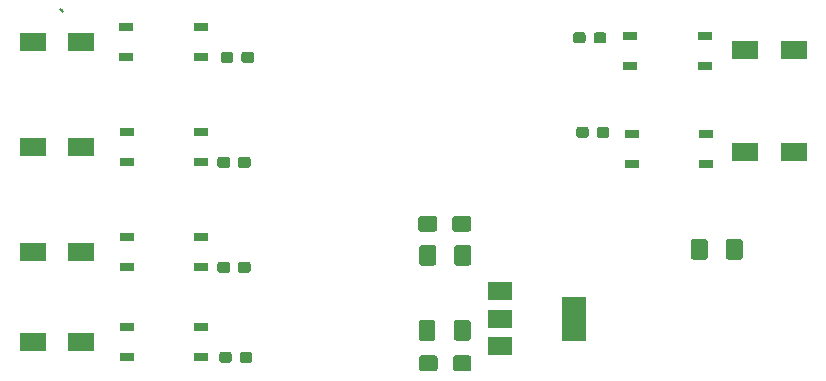
<source format=gbr>
G04 #@! TF.GenerationSoftware,KiCad,Pcbnew,(5.1.2)-2*
G04 #@! TF.CreationDate,2019-12-12T19:32:16+01:00*
G04 #@! TF.ProjectId,KernadouDomoPiloteDin,4b65726e-6164-46f7-9544-6f6d6f50696c,rev?*
G04 #@! TF.SameCoordinates,Original*
G04 #@! TF.FileFunction,Paste,Bot*
G04 #@! TF.FilePolarity,Positive*
%FSLAX46Y46*%
G04 Gerber Fmt 4.6, Leading zero omitted, Abs format (unit mm)*
G04 Created by KiCad (PCBNEW (5.1.2)-2) date 2019-12-12 19:32:16*
%MOMM*%
%LPD*%
G04 APERTURE LIST*
%ADD10C,0.150000*%
%ADD11R,2.210000X1.530000*%
%ADD12C,0.100000*%
%ADD13C,1.425000*%
%ADD14R,1.200000X0.800000*%
%ADD15R,2.000000X1.500000*%
%ADD16R,2.000000X3.800000*%
%ADD17C,0.950000*%
%ADD18C,1.350000*%
G04 APERTURE END LIST*
D10*
X133462000Y-87488000D02*
X133716000Y-87742000D01*
X133716000Y-87615000D02*
X133462000Y-87488000D01*
D11*
X191465000Y-99553000D03*
X195565000Y-99553000D03*
X191465000Y-90917000D03*
X195565000Y-90917000D03*
X135240000Y-115682000D03*
X131140000Y-115682000D03*
X135240000Y-108062000D03*
X131140000Y-108062000D03*
X135240000Y-99172000D03*
X131140000Y-99172000D03*
X135240000Y-90282000D03*
X131140000Y-90282000D03*
D12*
G36*
X188051004Y-106934204D02*
G01*
X188075273Y-106937804D01*
X188099071Y-106943765D01*
X188122171Y-106952030D01*
X188144349Y-106962520D01*
X188165393Y-106975133D01*
X188185098Y-106989747D01*
X188203277Y-107006223D01*
X188219753Y-107024402D01*
X188234367Y-107044107D01*
X188246980Y-107065151D01*
X188257470Y-107087329D01*
X188265735Y-107110429D01*
X188271696Y-107134227D01*
X188275296Y-107158496D01*
X188276500Y-107183000D01*
X188276500Y-108433000D01*
X188275296Y-108457504D01*
X188271696Y-108481773D01*
X188265735Y-108505571D01*
X188257470Y-108528671D01*
X188246980Y-108550849D01*
X188234367Y-108571893D01*
X188219753Y-108591598D01*
X188203277Y-108609777D01*
X188185098Y-108626253D01*
X188165393Y-108640867D01*
X188144349Y-108653480D01*
X188122171Y-108663970D01*
X188099071Y-108672235D01*
X188075273Y-108678196D01*
X188051004Y-108681796D01*
X188026500Y-108683000D01*
X187101500Y-108683000D01*
X187076996Y-108681796D01*
X187052727Y-108678196D01*
X187028929Y-108672235D01*
X187005829Y-108663970D01*
X186983651Y-108653480D01*
X186962607Y-108640867D01*
X186942902Y-108626253D01*
X186924723Y-108609777D01*
X186908247Y-108591598D01*
X186893633Y-108571893D01*
X186881020Y-108550849D01*
X186870530Y-108528671D01*
X186862265Y-108505571D01*
X186856304Y-108481773D01*
X186852704Y-108457504D01*
X186851500Y-108433000D01*
X186851500Y-107183000D01*
X186852704Y-107158496D01*
X186856304Y-107134227D01*
X186862265Y-107110429D01*
X186870530Y-107087329D01*
X186881020Y-107065151D01*
X186893633Y-107044107D01*
X186908247Y-107024402D01*
X186924723Y-107006223D01*
X186942902Y-106989747D01*
X186962607Y-106975133D01*
X186983651Y-106962520D01*
X187005829Y-106952030D01*
X187028929Y-106943765D01*
X187052727Y-106937804D01*
X187076996Y-106934204D01*
X187101500Y-106933000D01*
X188026500Y-106933000D01*
X188051004Y-106934204D01*
X188051004Y-106934204D01*
G37*
D13*
X187564000Y-107808000D03*
D12*
G36*
X191026004Y-106934204D02*
G01*
X191050273Y-106937804D01*
X191074071Y-106943765D01*
X191097171Y-106952030D01*
X191119349Y-106962520D01*
X191140393Y-106975133D01*
X191160098Y-106989747D01*
X191178277Y-107006223D01*
X191194753Y-107024402D01*
X191209367Y-107044107D01*
X191221980Y-107065151D01*
X191232470Y-107087329D01*
X191240735Y-107110429D01*
X191246696Y-107134227D01*
X191250296Y-107158496D01*
X191251500Y-107183000D01*
X191251500Y-108433000D01*
X191250296Y-108457504D01*
X191246696Y-108481773D01*
X191240735Y-108505571D01*
X191232470Y-108528671D01*
X191221980Y-108550849D01*
X191209367Y-108571893D01*
X191194753Y-108591598D01*
X191178277Y-108609777D01*
X191160098Y-108626253D01*
X191140393Y-108640867D01*
X191119349Y-108653480D01*
X191097171Y-108663970D01*
X191074071Y-108672235D01*
X191050273Y-108678196D01*
X191026004Y-108681796D01*
X191001500Y-108683000D01*
X190076500Y-108683000D01*
X190051996Y-108681796D01*
X190027727Y-108678196D01*
X190003929Y-108672235D01*
X189980829Y-108663970D01*
X189958651Y-108653480D01*
X189937607Y-108640867D01*
X189917902Y-108626253D01*
X189899723Y-108609777D01*
X189883247Y-108591598D01*
X189868633Y-108571893D01*
X189856020Y-108550849D01*
X189845530Y-108528671D01*
X189837265Y-108505571D01*
X189831304Y-108481773D01*
X189827704Y-108457504D01*
X189826500Y-108433000D01*
X189826500Y-107183000D01*
X189827704Y-107158496D01*
X189831304Y-107134227D01*
X189837265Y-107110429D01*
X189845530Y-107087329D01*
X189856020Y-107065151D01*
X189868633Y-107044107D01*
X189883247Y-107024402D01*
X189899723Y-107006223D01*
X189917902Y-106989747D01*
X189937607Y-106975133D01*
X189958651Y-106962520D01*
X189980829Y-106952030D01*
X190003929Y-106943765D01*
X190027727Y-106937804D01*
X190051996Y-106934204D01*
X190076500Y-106933000D01*
X191001500Y-106933000D01*
X191026004Y-106934204D01*
X191026004Y-106934204D01*
G37*
D13*
X190539000Y-107808000D03*
D14*
X145400000Y-97902000D03*
X139100000Y-100442000D03*
X145400000Y-100442000D03*
X139100000Y-97902000D03*
X181874000Y-100569000D03*
X188174000Y-98029000D03*
X181874000Y-98029000D03*
X188174000Y-100569000D03*
X145375000Y-89012000D03*
X139075000Y-91552000D03*
X145375000Y-91552000D03*
X139075000Y-89012000D03*
D15*
X170673000Y-115964000D03*
X170673000Y-111364000D03*
X170673000Y-113664000D03*
D16*
X176973000Y-113664000D03*
D12*
G36*
X177996779Y-97428144D02*
G01*
X178019834Y-97431563D01*
X178042443Y-97437227D01*
X178064387Y-97445079D01*
X178085457Y-97455044D01*
X178105448Y-97467026D01*
X178124168Y-97480910D01*
X178141438Y-97496562D01*
X178157090Y-97513832D01*
X178170974Y-97532552D01*
X178182956Y-97552543D01*
X178192921Y-97573613D01*
X178200773Y-97595557D01*
X178206437Y-97618166D01*
X178209856Y-97641221D01*
X178211000Y-97664500D01*
X178211000Y-98139500D01*
X178209856Y-98162779D01*
X178206437Y-98185834D01*
X178200773Y-98208443D01*
X178192921Y-98230387D01*
X178182956Y-98251457D01*
X178170974Y-98271448D01*
X178157090Y-98290168D01*
X178141438Y-98307438D01*
X178124168Y-98323090D01*
X178105448Y-98336974D01*
X178085457Y-98348956D01*
X178064387Y-98358921D01*
X178042443Y-98366773D01*
X178019834Y-98372437D01*
X177996779Y-98375856D01*
X177973500Y-98377000D01*
X177398500Y-98377000D01*
X177375221Y-98375856D01*
X177352166Y-98372437D01*
X177329557Y-98366773D01*
X177307613Y-98358921D01*
X177286543Y-98348956D01*
X177266552Y-98336974D01*
X177247832Y-98323090D01*
X177230562Y-98307438D01*
X177214910Y-98290168D01*
X177201026Y-98271448D01*
X177189044Y-98251457D01*
X177179079Y-98230387D01*
X177171227Y-98208443D01*
X177165563Y-98185834D01*
X177162144Y-98162779D01*
X177161000Y-98139500D01*
X177161000Y-97664500D01*
X177162144Y-97641221D01*
X177165563Y-97618166D01*
X177171227Y-97595557D01*
X177179079Y-97573613D01*
X177189044Y-97552543D01*
X177201026Y-97532552D01*
X177214910Y-97513832D01*
X177230562Y-97496562D01*
X177247832Y-97480910D01*
X177266552Y-97467026D01*
X177286543Y-97455044D01*
X177307613Y-97445079D01*
X177329557Y-97437227D01*
X177352166Y-97431563D01*
X177375221Y-97428144D01*
X177398500Y-97427000D01*
X177973500Y-97427000D01*
X177996779Y-97428144D01*
X177996779Y-97428144D01*
G37*
D17*
X177686000Y-97902000D03*
D12*
G36*
X179746779Y-97428144D02*
G01*
X179769834Y-97431563D01*
X179792443Y-97437227D01*
X179814387Y-97445079D01*
X179835457Y-97455044D01*
X179855448Y-97467026D01*
X179874168Y-97480910D01*
X179891438Y-97496562D01*
X179907090Y-97513832D01*
X179920974Y-97532552D01*
X179932956Y-97552543D01*
X179942921Y-97573613D01*
X179950773Y-97595557D01*
X179956437Y-97618166D01*
X179959856Y-97641221D01*
X179961000Y-97664500D01*
X179961000Y-98139500D01*
X179959856Y-98162779D01*
X179956437Y-98185834D01*
X179950773Y-98208443D01*
X179942921Y-98230387D01*
X179932956Y-98251457D01*
X179920974Y-98271448D01*
X179907090Y-98290168D01*
X179891438Y-98307438D01*
X179874168Y-98323090D01*
X179855448Y-98336974D01*
X179835457Y-98348956D01*
X179814387Y-98358921D01*
X179792443Y-98366773D01*
X179769834Y-98372437D01*
X179746779Y-98375856D01*
X179723500Y-98377000D01*
X179148500Y-98377000D01*
X179125221Y-98375856D01*
X179102166Y-98372437D01*
X179079557Y-98366773D01*
X179057613Y-98358921D01*
X179036543Y-98348956D01*
X179016552Y-98336974D01*
X178997832Y-98323090D01*
X178980562Y-98307438D01*
X178964910Y-98290168D01*
X178951026Y-98271448D01*
X178939044Y-98251457D01*
X178929079Y-98230387D01*
X178921227Y-98208443D01*
X178915563Y-98185834D01*
X178912144Y-98162779D01*
X178911000Y-98139500D01*
X178911000Y-97664500D01*
X178912144Y-97641221D01*
X178915563Y-97618166D01*
X178921227Y-97595557D01*
X178929079Y-97573613D01*
X178939044Y-97552543D01*
X178951026Y-97532552D01*
X178964910Y-97513832D01*
X178980562Y-97496562D01*
X178997832Y-97480910D01*
X179016552Y-97467026D01*
X179036543Y-97455044D01*
X179057613Y-97445079D01*
X179079557Y-97437227D01*
X179102166Y-97431563D01*
X179125221Y-97428144D01*
X179148500Y-97427000D01*
X179723500Y-97427000D01*
X179746779Y-97428144D01*
X179746779Y-97428144D01*
G37*
D17*
X179436000Y-97902000D03*
D12*
G36*
X168060005Y-116786204D02*
G01*
X168084273Y-116789804D01*
X168108072Y-116795765D01*
X168131171Y-116804030D01*
X168153350Y-116814520D01*
X168174393Y-116827132D01*
X168194099Y-116841747D01*
X168212277Y-116858223D01*
X168228753Y-116876401D01*
X168243368Y-116896107D01*
X168255980Y-116917150D01*
X168266470Y-116939329D01*
X168274735Y-116962428D01*
X168280696Y-116986227D01*
X168284296Y-117010495D01*
X168285500Y-117034999D01*
X168285500Y-117885001D01*
X168284296Y-117909505D01*
X168280696Y-117933773D01*
X168274735Y-117957572D01*
X168266470Y-117980671D01*
X168255980Y-118002850D01*
X168243368Y-118023893D01*
X168228753Y-118043599D01*
X168212277Y-118061777D01*
X168194099Y-118078253D01*
X168174393Y-118092868D01*
X168153350Y-118105480D01*
X168131171Y-118115970D01*
X168108072Y-118124235D01*
X168084273Y-118130196D01*
X168060005Y-118133796D01*
X168035501Y-118135000D01*
X166960499Y-118135000D01*
X166935995Y-118133796D01*
X166911727Y-118130196D01*
X166887928Y-118124235D01*
X166864829Y-118115970D01*
X166842650Y-118105480D01*
X166821607Y-118092868D01*
X166801901Y-118078253D01*
X166783723Y-118061777D01*
X166767247Y-118043599D01*
X166752632Y-118023893D01*
X166740020Y-118002850D01*
X166729530Y-117980671D01*
X166721265Y-117957572D01*
X166715304Y-117933773D01*
X166711704Y-117909505D01*
X166710500Y-117885001D01*
X166710500Y-117034999D01*
X166711704Y-117010495D01*
X166715304Y-116986227D01*
X166721265Y-116962428D01*
X166729530Y-116939329D01*
X166740020Y-116917150D01*
X166752632Y-116896107D01*
X166767247Y-116876401D01*
X166783723Y-116858223D01*
X166801901Y-116841747D01*
X166821607Y-116827132D01*
X166842650Y-116814520D01*
X166864829Y-116804030D01*
X166887928Y-116795765D01*
X166911727Y-116789804D01*
X166935995Y-116786204D01*
X166960499Y-116785000D01*
X168035501Y-116785000D01*
X168060005Y-116786204D01*
X168060005Y-116786204D01*
G37*
D18*
X167498000Y-117460000D03*
D12*
G36*
X165185005Y-116786204D02*
G01*
X165209273Y-116789804D01*
X165233072Y-116795765D01*
X165256171Y-116804030D01*
X165278350Y-116814520D01*
X165299393Y-116827132D01*
X165319099Y-116841747D01*
X165337277Y-116858223D01*
X165353753Y-116876401D01*
X165368368Y-116896107D01*
X165380980Y-116917150D01*
X165391470Y-116939329D01*
X165399735Y-116962428D01*
X165405696Y-116986227D01*
X165409296Y-117010495D01*
X165410500Y-117034999D01*
X165410500Y-117885001D01*
X165409296Y-117909505D01*
X165405696Y-117933773D01*
X165399735Y-117957572D01*
X165391470Y-117980671D01*
X165380980Y-118002850D01*
X165368368Y-118023893D01*
X165353753Y-118043599D01*
X165337277Y-118061777D01*
X165319099Y-118078253D01*
X165299393Y-118092868D01*
X165278350Y-118105480D01*
X165256171Y-118115970D01*
X165233072Y-118124235D01*
X165209273Y-118130196D01*
X165185005Y-118133796D01*
X165160501Y-118135000D01*
X164085499Y-118135000D01*
X164060995Y-118133796D01*
X164036727Y-118130196D01*
X164012928Y-118124235D01*
X163989829Y-118115970D01*
X163967650Y-118105480D01*
X163946607Y-118092868D01*
X163926901Y-118078253D01*
X163908723Y-118061777D01*
X163892247Y-118043599D01*
X163877632Y-118023893D01*
X163865020Y-118002850D01*
X163854530Y-117980671D01*
X163846265Y-117957572D01*
X163840304Y-117933773D01*
X163836704Y-117909505D01*
X163835500Y-117885001D01*
X163835500Y-117034999D01*
X163836704Y-117010495D01*
X163840304Y-116986227D01*
X163846265Y-116962428D01*
X163854530Y-116939329D01*
X163865020Y-116917150D01*
X163877632Y-116896107D01*
X163892247Y-116876401D01*
X163908723Y-116858223D01*
X163926901Y-116841747D01*
X163946607Y-116827132D01*
X163967650Y-116814520D01*
X163989829Y-116804030D01*
X164012928Y-116795765D01*
X164036727Y-116789804D01*
X164060995Y-116786204D01*
X164085499Y-116785000D01*
X165160501Y-116785000D01*
X165185005Y-116786204D01*
X165185005Y-116786204D01*
G37*
D18*
X164623000Y-117460000D03*
D12*
G36*
X167985004Y-113792204D02*
G01*
X168009273Y-113795804D01*
X168033071Y-113801765D01*
X168056171Y-113810030D01*
X168078349Y-113820520D01*
X168099393Y-113833133D01*
X168119098Y-113847747D01*
X168137277Y-113864223D01*
X168153753Y-113882402D01*
X168168367Y-113902107D01*
X168180980Y-113923151D01*
X168191470Y-113945329D01*
X168199735Y-113968429D01*
X168205696Y-113992227D01*
X168209296Y-114016496D01*
X168210500Y-114041000D01*
X168210500Y-115291000D01*
X168209296Y-115315504D01*
X168205696Y-115339773D01*
X168199735Y-115363571D01*
X168191470Y-115386671D01*
X168180980Y-115408849D01*
X168168367Y-115429893D01*
X168153753Y-115449598D01*
X168137277Y-115467777D01*
X168119098Y-115484253D01*
X168099393Y-115498867D01*
X168078349Y-115511480D01*
X168056171Y-115521970D01*
X168033071Y-115530235D01*
X168009273Y-115536196D01*
X167985004Y-115539796D01*
X167960500Y-115541000D01*
X167035500Y-115541000D01*
X167010996Y-115539796D01*
X166986727Y-115536196D01*
X166962929Y-115530235D01*
X166939829Y-115521970D01*
X166917651Y-115511480D01*
X166896607Y-115498867D01*
X166876902Y-115484253D01*
X166858723Y-115467777D01*
X166842247Y-115449598D01*
X166827633Y-115429893D01*
X166815020Y-115408849D01*
X166804530Y-115386671D01*
X166796265Y-115363571D01*
X166790304Y-115339773D01*
X166786704Y-115315504D01*
X166785500Y-115291000D01*
X166785500Y-114041000D01*
X166786704Y-114016496D01*
X166790304Y-113992227D01*
X166796265Y-113968429D01*
X166804530Y-113945329D01*
X166815020Y-113923151D01*
X166827633Y-113902107D01*
X166842247Y-113882402D01*
X166858723Y-113864223D01*
X166876902Y-113847747D01*
X166896607Y-113833133D01*
X166917651Y-113820520D01*
X166939829Y-113810030D01*
X166962929Y-113801765D01*
X166986727Y-113795804D01*
X167010996Y-113792204D01*
X167035500Y-113791000D01*
X167960500Y-113791000D01*
X167985004Y-113792204D01*
X167985004Y-113792204D01*
G37*
D13*
X167498000Y-114666000D03*
D12*
G36*
X165010004Y-113792204D02*
G01*
X165034273Y-113795804D01*
X165058071Y-113801765D01*
X165081171Y-113810030D01*
X165103349Y-113820520D01*
X165124393Y-113833133D01*
X165144098Y-113847747D01*
X165162277Y-113864223D01*
X165178753Y-113882402D01*
X165193367Y-113902107D01*
X165205980Y-113923151D01*
X165216470Y-113945329D01*
X165224735Y-113968429D01*
X165230696Y-113992227D01*
X165234296Y-114016496D01*
X165235500Y-114041000D01*
X165235500Y-115291000D01*
X165234296Y-115315504D01*
X165230696Y-115339773D01*
X165224735Y-115363571D01*
X165216470Y-115386671D01*
X165205980Y-115408849D01*
X165193367Y-115429893D01*
X165178753Y-115449598D01*
X165162277Y-115467777D01*
X165144098Y-115484253D01*
X165124393Y-115498867D01*
X165103349Y-115511480D01*
X165081171Y-115521970D01*
X165058071Y-115530235D01*
X165034273Y-115536196D01*
X165010004Y-115539796D01*
X164985500Y-115541000D01*
X164060500Y-115541000D01*
X164035996Y-115539796D01*
X164011727Y-115536196D01*
X163987929Y-115530235D01*
X163964829Y-115521970D01*
X163942651Y-115511480D01*
X163921607Y-115498867D01*
X163901902Y-115484253D01*
X163883723Y-115467777D01*
X163867247Y-115449598D01*
X163852633Y-115429893D01*
X163840020Y-115408849D01*
X163829530Y-115386671D01*
X163821265Y-115363571D01*
X163815304Y-115339773D01*
X163811704Y-115315504D01*
X163810500Y-115291000D01*
X163810500Y-114041000D01*
X163811704Y-114016496D01*
X163815304Y-113992227D01*
X163821265Y-113968429D01*
X163829530Y-113945329D01*
X163840020Y-113923151D01*
X163852633Y-113902107D01*
X163867247Y-113882402D01*
X163883723Y-113864223D01*
X163901902Y-113847747D01*
X163921607Y-113833133D01*
X163942651Y-113820520D01*
X163964829Y-113810030D01*
X163987929Y-113801765D01*
X164011727Y-113795804D01*
X164035996Y-113792204D01*
X164060500Y-113791000D01*
X164985500Y-113791000D01*
X165010004Y-113792204D01*
X165010004Y-113792204D01*
G37*
D13*
X164523000Y-114666000D03*
D12*
G36*
X165064004Y-107442204D02*
G01*
X165088273Y-107445804D01*
X165112071Y-107451765D01*
X165135171Y-107460030D01*
X165157349Y-107470520D01*
X165178393Y-107483133D01*
X165198098Y-107497747D01*
X165216277Y-107514223D01*
X165232753Y-107532402D01*
X165247367Y-107552107D01*
X165259980Y-107573151D01*
X165270470Y-107595329D01*
X165278735Y-107618429D01*
X165284696Y-107642227D01*
X165288296Y-107666496D01*
X165289500Y-107691000D01*
X165289500Y-108941000D01*
X165288296Y-108965504D01*
X165284696Y-108989773D01*
X165278735Y-109013571D01*
X165270470Y-109036671D01*
X165259980Y-109058849D01*
X165247367Y-109079893D01*
X165232753Y-109099598D01*
X165216277Y-109117777D01*
X165198098Y-109134253D01*
X165178393Y-109148867D01*
X165157349Y-109161480D01*
X165135171Y-109171970D01*
X165112071Y-109180235D01*
X165088273Y-109186196D01*
X165064004Y-109189796D01*
X165039500Y-109191000D01*
X164114500Y-109191000D01*
X164089996Y-109189796D01*
X164065727Y-109186196D01*
X164041929Y-109180235D01*
X164018829Y-109171970D01*
X163996651Y-109161480D01*
X163975607Y-109148867D01*
X163955902Y-109134253D01*
X163937723Y-109117777D01*
X163921247Y-109099598D01*
X163906633Y-109079893D01*
X163894020Y-109058849D01*
X163883530Y-109036671D01*
X163875265Y-109013571D01*
X163869304Y-108989773D01*
X163865704Y-108965504D01*
X163864500Y-108941000D01*
X163864500Y-107691000D01*
X163865704Y-107666496D01*
X163869304Y-107642227D01*
X163875265Y-107618429D01*
X163883530Y-107595329D01*
X163894020Y-107573151D01*
X163906633Y-107552107D01*
X163921247Y-107532402D01*
X163937723Y-107514223D01*
X163955902Y-107497747D01*
X163975607Y-107483133D01*
X163996651Y-107470520D01*
X164018829Y-107460030D01*
X164041929Y-107451765D01*
X164065727Y-107445804D01*
X164089996Y-107442204D01*
X164114500Y-107441000D01*
X165039500Y-107441000D01*
X165064004Y-107442204D01*
X165064004Y-107442204D01*
G37*
D13*
X164577000Y-108316000D03*
D12*
G36*
X168039004Y-107442204D02*
G01*
X168063273Y-107445804D01*
X168087071Y-107451765D01*
X168110171Y-107460030D01*
X168132349Y-107470520D01*
X168153393Y-107483133D01*
X168173098Y-107497747D01*
X168191277Y-107514223D01*
X168207753Y-107532402D01*
X168222367Y-107552107D01*
X168234980Y-107573151D01*
X168245470Y-107595329D01*
X168253735Y-107618429D01*
X168259696Y-107642227D01*
X168263296Y-107666496D01*
X168264500Y-107691000D01*
X168264500Y-108941000D01*
X168263296Y-108965504D01*
X168259696Y-108989773D01*
X168253735Y-109013571D01*
X168245470Y-109036671D01*
X168234980Y-109058849D01*
X168222367Y-109079893D01*
X168207753Y-109099598D01*
X168191277Y-109117777D01*
X168173098Y-109134253D01*
X168153393Y-109148867D01*
X168132349Y-109161480D01*
X168110171Y-109171970D01*
X168087071Y-109180235D01*
X168063273Y-109186196D01*
X168039004Y-109189796D01*
X168014500Y-109191000D01*
X167089500Y-109191000D01*
X167064996Y-109189796D01*
X167040727Y-109186196D01*
X167016929Y-109180235D01*
X166993829Y-109171970D01*
X166971651Y-109161480D01*
X166950607Y-109148867D01*
X166930902Y-109134253D01*
X166912723Y-109117777D01*
X166896247Y-109099598D01*
X166881633Y-109079893D01*
X166869020Y-109058849D01*
X166858530Y-109036671D01*
X166850265Y-109013571D01*
X166844304Y-108989773D01*
X166840704Y-108965504D01*
X166839500Y-108941000D01*
X166839500Y-107691000D01*
X166840704Y-107666496D01*
X166844304Y-107642227D01*
X166850265Y-107618429D01*
X166858530Y-107595329D01*
X166869020Y-107573151D01*
X166881633Y-107552107D01*
X166896247Y-107532402D01*
X166912723Y-107514223D01*
X166930902Y-107497747D01*
X166950607Y-107483133D01*
X166971651Y-107470520D01*
X166993829Y-107460030D01*
X167016929Y-107451765D01*
X167040727Y-107445804D01*
X167064996Y-107442204D01*
X167089500Y-107441000D01*
X168014500Y-107441000D01*
X168039004Y-107442204D01*
X168039004Y-107442204D01*
G37*
D13*
X167552000Y-108316000D03*
D12*
G36*
X165139005Y-104975204D02*
G01*
X165163273Y-104978804D01*
X165187072Y-104984765D01*
X165210171Y-104993030D01*
X165232350Y-105003520D01*
X165253393Y-105016132D01*
X165273099Y-105030747D01*
X165291277Y-105047223D01*
X165307753Y-105065401D01*
X165322368Y-105085107D01*
X165334980Y-105106150D01*
X165345470Y-105128329D01*
X165353735Y-105151428D01*
X165359696Y-105175227D01*
X165363296Y-105199495D01*
X165364500Y-105223999D01*
X165364500Y-106074001D01*
X165363296Y-106098505D01*
X165359696Y-106122773D01*
X165353735Y-106146572D01*
X165345470Y-106169671D01*
X165334980Y-106191850D01*
X165322368Y-106212893D01*
X165307753Y-106232599D01*
X165291277Y-106250777D01*
X165273099Y-106267253D01*
X165253393Y-106281868D01*
X165232350Y-106294480D01*
X165210171Y-106304970D01*
X165187072Y-106313235D01*
X165163273Y-106319196D01*
X165139005Y-106322796D01*
X165114501Y-106324000D01*
X164039499Y-106324000D01*
X164014995Y-106322796D01*
X163990727Y-106319196D01*
X163966928Y-106313235D01*
X163943829Y-106304970D01*
X163921650Y-106294480D01*
X163900607Y-106281868D01*
X163880901Y-106267253D01*
X163862723Y-106250777D01*
X163846247Y-106232599D01*
X163831632Y-106212893D01*
X163819020Y-106191850D01*
X163808530Y-106169671D01*
X163800265Y-106146572D01*
X163794304Y-106122773D01*
X163790704Y-106098505D01*
X163789500Y-106074001D01*
X163789500Y-105223999D01*
X163790704Y-105199495D01*
X163794304Y-105175227D01*
X163800265Y-105151428D01*
X163808530Y-105128329D01*
X163819020Y-105106150D01*
X163831632Y-105085107D01*
X163846247Y-105065401D01*
X163862723Y-105047223D01*
X163880901Y-105030747D01*
X163900607Y-105016132D01*
X163921650Y-105003520D01*
X163943829Y-104993030D01*
X163966928Y-104984765D01*
X163990727Y-104978804D01*
X164014995Y-104975204D01*
X164039499Y-104974000D01*
X165114501Y-104974000D01*
X165139005Y-104975204D01*
X165139005Y-104975204D01*
G37*
D18*
X164577000Y-105649000D03*
D12*
G36*
X168014005Y-104975204D02*
G01*
X168038273Y-104978804D01*
X168062072Y-104984765D01*
X168085171Y-104993030D01*
X168107350Y-105003520D01*
X168128393Y-105016132D01*
X168148099Y-105030747D01*
X168166277Y-105047223D01*
X168182753Y-105065401D01*
X168197368Y-105085107D01*
X168209980Y-105106150D01*
X168220470Y-105128329D01*
X168228735Y-105151428D01*
X168234696Y-105175227D01*
X168238296Y-105199495D01*
X168239500Y-105223999D01*
X168239500Y-106074001D01*
X168238296Y-106098505D01*
X168234696Y-106122773D01*
X168228735Y-106146572D01*
X168220470Y-106169671D01*
X168209980Y-106191850D01*
X168197368Y-106212893D01*
X168182753Y-106232599D01*
X168166277Y-106250777D01*
X168148099Y-106267253D01*
X168128393Y-106281868D01*
X168107350Y-106294480D01*
X168085171Y-106304970D01*
X168062072Y-106313235D01*
X168038273Y-106319196D01*
X168014005Y-106322796D01*
X167989501Y-106324000D01*
X166914499Y-106324000D01*
X166889995Y-106322796D01*
X166865727Y-106319196D01*
X166841928Y-106313235D01*
X166818829Y-106304970D01*
X166796650Y-106294480D01*
X166775607Y-106281868D01*
X166755901Y-106267253D01*
X166737723Y-106250777D01*
X166721247Y-106232599D01*
X166706632Y-106212893D01*
X166694020Y-106191850D01*
X166683530Y-106169671D01*
X166675265Y-106146572D01*
X166669304Y-106122773D01*
X166665704Y-106098505D01*
X166664500Y-106074001D01*
X166664500Y-105223999D01*
X166665704Y-105199495D01*
X166669304Y-105175227D01*
X166675265Y-105151428D01*
X166683530Y-105128329D01*
X166694020Y-105106150D01*
X166706632Y-105085107D01*
X166721247Y-105065401D01*
X166737723Y-105047223D01*
X166755901Y-105030747D01*
X166775607Y-105016132D01*
X166796650Y-105003520D01*
X166818829Y-104993030D01*
X166841928Y-104984765D01*
X166865727Y-104978804D01*
X166889995Y-104975204D01*
X166914499Y-104974000D01*
X167989501Y-104974000D01*
X168014005Y-104975204D01*
X168014005Y-104975204D01*
G37*
D18*
X167452000Y-105649000D03*
D14*
X181722000Y-92314000D03*
X188022000Y-89774000D03*
X181722000Y-89774000D03*
X188022000Y-92314000D03*
D12*
G36*
X177728779Y-89427144D02*
G01*
X177751834Y-89430563D01*
X177774443Y-89436227D01*
X177796387Y-89444079D01*
X177817457Y-89454044D01*
X177837448Y-89466026D01*
X177856168Y-89479910D01*
X177873438Y-89495562D01*
X177889090Y-89512832D01*
X177902974Y-89531552D01*
X177914956Y-89551543D01*
X177924921Y-89572613D01*
X177932773Y-89594557D01*
X177938437Y-89617166D01*
X177941856Y-89640221D01*
X177943000Y-89663500D01*
X177943000Y-90138500D01*
X177941856Y-90161779D01*
X177938437Y-90184834D01*
X177932773Y-90207443D01*
X177924921Y-90229387D01*
X177914956Y-90250457D01*
X177902974Y-90270448D01*
X177889090Y-90289168D01*
X177873438Y-90306438D01*
X177856168Y-90322090D01*
X177837448Y-90335974D01*
X177817457Y-90347956D01*
X177796387Y-90357921D01*
X177774443Y-90365773D01*
X177751834Y-90371437D01*
X177728779Y-90374856D01*
X177705500Y-90376000D01*
X177130500Y-90376000D01*
X177107221Y-90374856D01*
X177084166Y-90371437D01*
X177061557Y-90365773D01*
X177039613Y-90357921D01*
X177018543Y-90347956D01*
X176998552Y-90335974D01*
X176979832Y-90322090D01*
X176962562Y-90306438D01*
X176946910Y-90289168D01*
X176933026Y-90270448D01*
X176921044Y-90250457D01*
X176911079Y-90229387D01*
X176903227Y-90207443D01*
X176897563Y-90184834D01*
X176894144Y-90161779D01*
X176893000Y-90138500D01*
X176893000Y-89663500D01*
X176894144Y-89640221D01*
X176897563Y-89617166D01*
X176903227Y-89594557D01*
X176911079Y-89572613D01*
X176921044Y-89551543D01*
X176933026Y-89531552D01*
X176946910Y-89512832D01*
X176962562Y-89495562D01*
X176979832Y-89479910D01*
X176998552Y-89466026D01*
X177018543Y-89454044D01*
X177039613Y-89444079D01*
X177061557Y-89436227D01*
X177084166Y-89430563D01*
X177107221Y-89427144D01*
X177130500Y-89426000D01*
X177705500Y-89426000D01*
X177728779Y-89427144D01*
X177728779Y-89427144D01*
G37*
D17*
X177418000Y-89901000D03*
D12*
G36*
X179478779Y-89427144D02*
G01*
X179501834Y-89430563D01*
X179524443Y-89436227D01*
X179546387Y-89444079D01*
X179567457Y-89454044D01*
X179587448Y-89466026D01*
X179606168Y-89479910D01*
X179623438Y-89495562D01*
X179639090Y-89512832D01*
X179652974Y-89531552D01*
X179664956Y-89551543D01*
X179674921Y-89572613D01*
X179682773Y-89594557D01*
X179688437Y-89617166D01*
X179691856Y-89640221D01*
X179693000Y-89663500D01*
X179693000Y-90138500D01*
X179691856Y-90161779D01*
X179688437Y-90184834D01*
X179682773Y-90207443D01*
X179674921Y-90229387D01*
X179664956Y-90250457D01*
X179652974Y-90270448D01*
X179639090Y-90289168D01*
X179623438Y-90306438D01*
X179606168Y-90322090D01*
X179587448Y-90335974D01*
X179567457Y-90347956D01*
X179546387Y-90357921D01*
X179524443Y-90365773D01*
X179501834Y-90371437D01*
X179478779Y-90374856D01*
X179455500Y-90376000D01*
X178880500Y-90376000D01*
X178857221Y-90374856D01*
X178834166Y-90371437D01*
X178811557Y-90365773D01*
X178789613Y-90357921D01*
X178768543Y-90347956D01*
X178748552Y-90335974D01*
X178729832Y-90322090D01*
X178712562Y-90306438D01*
X178696910Y-90289168D01*
X178683026Y-90270448D01*
X178671044Y-90250457D01*
X178661079Y-90229387D01*
X178653227Y-90207443D01*
X178647563Y-90184834D01*
X178644144Y-90161779D01*
X178643000Y-90138500D01*
X178643000Y-89663500D01*
X178644144Y-89640221D01*
X178647563Y-89617166D01*
X178653227Y-89594557D01*
X178661079Y-89572613D01*
X178671044Y-89551543D01*
X178683026Y-89531552D01*
X178696910Y-89512832D01*
X178712562Y-89495562D01*
X178729832Y-89479910D01*
X178748552Y-89466026D01*
X178768543Y-89454044D01*
X178789613Y-89444079D01*
X178811557Y-89436227D01*
X178834166Y-89430563D01*
X178857221Y-89427144D01*
X178880500Y-89426000D01*
X179455500Y-89426000D01*
X179478779Y-89427144D01*
X179478779Y-89427144D01*
G37*
D17*
X179168000Y-89901000D03*
D14*
X145400000Y-114412000D03*
X139100000Y-116952000D03*
X145400000Y-116952000D03*
X139100000Y-114412000D03*
X145400000Y-106792000D03*
X139100000Y-109332000D03*
X145400000Y-109332000D03*
X139100000Y-106792000D03*
D12*
G36*
X149520779Y-116478144D02*
G01*
X149543834Y-116481563D01*
X149566443Y-116487227D01*
X149588387Y-116495079D01*
X149609457Y-116505044D01*
X149629448Y-116517026D01*
X149648168Y-116530910D01*
X149665438Y-116546562D01*
X149681090Y-116563832D01*
X149694974Y-116582552D01*
X149706956Y-116602543D01*
X149716921Y-116623613D01*
X149724773Y-116645557D01*
X149730437Y-116668166D01*
X149733856Y-116691221D01*
X149735000Y-116714500D01*
X149735000Y-117189500D01*
X149733856Y-117212779D01*
X149730437Y-117235834D01*
X149724773Y-117258443D01*
X149716921Y-117280387D01*
X149706956Y-117301457D01*
X149694974Y-117321448D01*
X149681090Y-117340168D01*
X149665438Y-117357438D01*
X149648168Y-117373090D01*
X149629448Y-117386974D01*
X149609457Y-117398956D01*
X149588387Y-117408921D01*
X149566443Y-117416773D01*
X149543834Y-117422437D01*
X149520779Y-117425856D01*
X149497500Y-117427000D01*
X148922500Y-117427000D01*
X148899221Y-117425856D01*
X148876166Y-117422437D01*
X148853557Y-117416773D01*
X148831613Y-117408921D01*
X148810543Y-117398956D01*
X148790552Y-117386974D01*
X148771832Y-117373090D01*
X148754562Y-117357438D01*
X148738910Y-117340168D01*
X148725026Y-117321448D01*
X148713044Y-117301457D01*
X148703079Y-117280387D01*
X148695227Y-117258443D01*
X148689563Y-117235834D01*
X148686144Y-117212779D01*
X148685000Y-117189500D01*
X148685000Y-116714500D01*
X148686144Y-116691221D01*
X148689563Y-116668166D01*
X148695227Y-116645557D01*
X148703079Y-116623613D01*
X148713044Y-116602543D01*
X148725026Y-116582552D01*
X148738910Y-116563832D01*
X148754562Y-116546562D01*
X148771832Y-116530910D01*
X148790552Y-116517026D01*
X148810543Y-116505044D01*
X148831613Y-116495079D01*
X148853557Y-116487227D01*
X148876166Y-116481563D01*
X148899221Y-116478144D01*
X148922500Y-116477000D01*
X149497500Y-116477000D01*
X149520779Y-116478144D01*
X149520779Y-116478144D01*
G37*
D17*
X149210000Y-116952000D03*
D12*
G36*
X147770779Y-116478144D02*
G01*
X147793834Y-116481563D01*
X147816443Y-116487227D01*
X147838387Y-116495079D01*
X147859457Y-116505044D01*
X147879448Y-116517026D01*
X147898168Y-116530910D01*
X147915438Y-116546562D01*
X147931090Y-116563832D01*
X147944974Y-116582552D01*
X147956956Y-116602543D01*
X147966921Y-116623613D01*
X147974773Y-116645557D01*
X147980437Y-116668166D01*
X147983856Y-116691221D01*
X147985000Y-116714500D01*
X147985000Y-117189500D01*
X147983856Y-117212779D01*
X147980437Y-117235834D01*
X147974773Y-117258443D01*
X147966921Y-117280387D01*
X147956956Y-117301457D01*
X147944974Y-117321448D01*
X147931090Y-117340168D01*
X147915438Y-117357438D01*
X147898168Y-117373090D01*
X147879448Y-117386974D01*
X147859457Y-117398956D01*
X147838387Y-117408921D01*
X147816443Y-117416773D01*
X147793834Y-117422437D01*
X147770779Y-117425856D01*
X147747500Y-117427000D01*
X147172500Y-117427000D01*
X147149221Y-117425856D01*
X147126166Y-117422437D01*
X147103557Y-117416773D01*
X147081613Y-117408921D01*
X147060543Y-117398956D01*
X147040552Y-117386974D01*
X147021832Y-117373090D01*
X147004562Y-117357438D01*
X146988910Y-117340168D01*
X146975026Y-117321448D01*
X146963044Y-117301457D01*
X146953079Y-117280387D01*
X146945227Y-117258443D01*
X146939563Y-117235834D01*
X146936144Y-117212779D01*
X146935000Y-117189500D01*
X146935000Y-116714500D01*
X146936144Y-116691221D01*
X146939563Y-116668166D01*
X146945227Y-116645557D01*
X146953079Y-116623613D01*
X146963044Y-116602543D01*
X146975026Y-116582552D01*
X146988910Y-116563832D01*
X147004562Y-116546562D01*
X147021832Y-116530910D01*
X147040552Y-116517026D01*
X147060543Y-116505044D01*
X147081613Y-116495079D01*
X147103557Y-116487227D01*
X147126166Y-116481563D01*
X147149221Y-116478144D01*
X147172500Y-116477000D01*
X147747500Y-116477000D01*
X147770779Y-116478144D01*
X147770779Y-116478144D01*
G37*
D17*
X147460000Y-116952000D03*
D12*
G36*
X149365779Y-108858144D02*
G01*
X149388834Y-108861563D01*
X149411443Y-108867227D01*
X149433387Y-108875079D01*
X149454457Y-108885044D01*
X149474448Y-108897026D01*
X149493168Y-108910910D01*
X149510438Y-108926562D01*
X149526090Y-108943832D01*
X149539974Y-108962552D01*
X149551956Y-108982543D01*
X149561921Y-109003613D01*
X149569773Y-109025557D01*
X149575437Y-109048166D01*
X149578856Y-109071221D01*
X149580000Y-109094500D01*
X149580000Y-109569500D01*
X149578856Y-109592779D01*
X149575437Y-109615834D01*
X149569773Y-109638443D01*
X149561921Y-109660387D01*
X149551956Y-109681457D01*
X149539974Y-109701448D01*
X149526090Y-109720168D01*
X149510438Y-109737438D01*
X149493168Y-109753090D01*
X149474448Y-109766974D01*
X149454457Y-109778956D01*
X149433387Y-109788921D01*
X149411443Y-109796773D01*
X149388834Y-109802437D01*
X149365779Y-109805856D01*
X149342500Y-109807000D01*
X148767500Y-109807000D01*
X148744221Y-109805856D01*
X148721166Y-109802437D01*
X148698557Y-109796773D01*
X148676613Y-109788921D01*
X148655543Y-109778956D01*
X148635552Y-109766974D01*
X148616832Y-109753090D01*
X148599562Y-109737438D01*
X148583910Y-109720168D01*
X148570026Y-109701448D01*
X148558044Y-109681457D01*
X148548079Y-109660387D01*
X148540227Y-109638443D01*
X148534563Y-109615834D01*
X148531144Y-109592779D01*
X148530000Y-109569500D01*
X148530000Y-109094500D01*
X148531144Y-109071221D01*
X148534563Y-109048166D01*
X148540227Y-109025557D01*
X148548079Y-109003613D01*
X148558044Y-108982543D01*
X148570026Y-108962552D01*
X148583910Y-108943832D01*
X148599562Y-108926562D01*
X148616832Y-108910910D01*
X148635552Y-108897026D01*
X148655543Y-108885044D01*
X148676613Y-108875079D01*
X148698557Y-108867227D01*
X148721166Y-108861563D01*
X148744221Y-108858144D01*
X148767500Y-108857000D01*
X149342500Y-108857000D01*
X149365779Y-108858144D01*
X149365779Y-108858144D01*
G37*
D17*
X149055000Y-109332000D03*
D12*
G36*
X147615779Y-108858144D02*
G01*
X147638834Y-108861563D01*
X147661443Y-108867227D01*
X147683387Y-108875079D01*
X147704457Y-108885044D01*
X147724448Y-108897026D01*
X147743168Y-108910910D01*
X147760438Y-108926562D01*
X147776090Y-108943832D01*
X147789974Y-108962552D01*
X147801956Y-108982543D01*
X147811921Y-109003613D01*
X147819773Y-109025557D01*
X147825437Y-109048166D01*
X147828856Y-109071221D01*
X147830000Y-109094500D01*
X147830000Y-109569500D01*
X147828856Y-109592779D01*
X147825437Y-109615834D01*
X147819773Y-109638443D01*
X147811921Y-109660387D01*
X147801956Y-109681457D01*
X147789974Y-109701448D01*
X147776090Y-109720168D01*
X147760438Y-109737438D01*
X147743168Y-109753090D01*
X147724448Y-109766974D01*
X147704457Y-109778956D01*
X147683387Y-109788921D01*
X147661443Y-109796773D01*
X147638834Y-109802437D01*
X147615779Y-109805856D01*
X147592500Y-109807000D01*
X147017500Y-109807000D01*
X146994221Y-109805856D01*
X146971166Y-109802437D01*
X146948557Y-109796773D01*
X146926613Y-109788921D01*
X146905543Y-109778956D01*
X146885552Y-109766974D01*
X146866832Y-109753090D01*
X146849562Y-109737438D01*
X146833910Y-109720168D01*
X146820026Y-109701448D01*
X146808044Y-109681457D01*
X146798079Y-109660387D01*
X146790227Y-109638443D01*
X146784563Y-109615834D01*
X146781144Y-109592779D01*
X146780000Y-109569500D01*
X146780000Y-109094500D01*
X146781144Y-109071221D01*
X146784563Y-109048166D01*
X146790227Y-109025557D01*
X146798079Y-109003613D01*
X146808044Y-108982543D01*
X146820026Y-108962552D01*
X146833910Y-108943832D01*
X146849562Y-108926562D01*
X146866832Y-108910910D01*
X146885552Y-108897026D01*
X146905543Y-108885044D01*
X146926613Y-108875079D01*
X146948557Y-108867227D01*
X146971166Y-108861563D01*
X146994221Y-108858144D01*
X147017500Y-108857000D01*
X147592500Y-108857000D01*
X147615779Y-108858144D01*
X147615779Y-108858144D01*
G37*
D17*
X147305000Y-109332000D03*
D12*
G36*
X149365779Y-99968144D02*
G01*
X149388834Y-99971563D01*
X149411443Y-99977227D01*
X149433387Y-99985079D01*
X149454457Y-99995044D01*
X149474448Y-100007026D01*
X149493168Y-100020910D01*
X149510438Y-100036562D01*
X149526090Y-100053832D01*
X149539974Y-100072552D01*
X149551956Y-100092543D01*
X149561921Y-100113613D01*
X149569773Y-100135557D01*
X149575437Y-100158166D01*
X149578856Y-100181221D01*
X149580000Y-100204500D01*
X149580000Y-100679500D01*
X149578856Y-100702779D01*
X149575437Y-100725834D01*
X149569773Y-100748443D01*
X149561921Y-100770387D01*
X149551956Y-100791457D01*
X149539974Y-100811448D01*
X149526090Y-100830168D01*
X149510438Y-100847438D01*
X149493168Y-100863090D01*
X149474448Y-100876974D01*
X149454457Y-100888956D01*
X149433387Y-100898921D01*
X149411443Y-100906773D01*
X149388834Y-100912437D01*
X149365779Y-100915856D01*
X149342500Y-100917000D01*
X148767500Y-100917000D01*
X148744221Y-100915856D01*
X148721166Y-100912437D01*
X148698557Y-100906773D01*
X148676613Y-100898921D01*
X148655543Y-100888956D01*
X148635552Y-100876974D01*
X148616832Y-100863090D01*
X148599562Y-100847438D01*
X148583910Y-100830168D01*
X148570026Y-100811448D01*
X148558044Y-100791457D01*
X148548079Y-100770387D01*
X148540227Y-100748443D01*
X148534563Y-100725834D01*
X148531144Y-100702779D01*
X148530000Y-100679500D01*
X148530000Y-100204500D01*
X148531144Y-100181221D01*
X148534563Y-100158166D01*
X148540227Y-100135557D01*
X148548079Y-100113613D01*
X148558044Y-100092543D01*
X148570026Y-100072552D01*
X148583910Y-100053832D01*
X148599562Y-100036562D01*
X148616832Y-100020910D01*
X148635552Y-100007026D01*
X148655543Y-99995044D01*
X148676613Y-99985079D01*
X148698557Y-99977227D01*
X148721166Y-99971563D01*
X148744221Y-99968144D01*
X148767500Y-99967000D01*
X149342500Y-99967000D01*
X149365779Y-99968144D01*
X149365779Y-99968144D01*
G37*
D17*
X149055000Y-100442000D03*
D12*
G36*
X147615779Y-99968144D02*
G01*
X147638834Y-99971563D01*
X147661443Y-99977227D01*
X147683387Y-99985079D01*
X147704457Y-99995044D01*
X147724448Y-100007026D01*
X147743168Y-100020910D01*
X147760438Y-100036562D01*
X147776090Y-100053832D01*
X147789974Y-100072552D01*
X147801956Y-100092543D01*
X147811921Y-100113613D01*
X147819773Y-100135557D01*
X147825437Y-100158166D01*
X147828856Y-100181221D01*
X147830000Y-100204500D01*
X147830000Y-100679500D01*
X147828856Y-100702779D01*
X147825437Y-100725834D01*
X147819773Y-100748443D01*
X147811921Y-100770387D01*
X147801956Y-100791457D01*
X147789974Y-100811448D01*
X147776090Y-100830168D01*
X147760438Y-100847438D01*
X147743168Y-100863090D01*
X147724448Y-100876974D01*
X147704457Y-100888956D01*
X147683387Y-100898921D01*
X147661443Y-100906773D01*
X147638834Y-100912437D01*
X147615779Y-100915856D01*
X147592500Y-100917000D01*
X147017500Y-100917000D01*
X146994221Y-100915856D01*
X146971166Y-100912437D01*
X146948557Y-100906773D01*
X146926613Y-100898921D01*
X146905543Y-100888956D01*
X146885552Y-100876974D01*
X146866832Y-100863090D01*
X146849562Y-100847438D01*
X146833910Y-100830168D01*
X146820026Y-100811448D01*
X146808044Y-100791457D01*
X146798079Y-100770387D01*
X146790227Y-100748443D01*
X146784563Y-100725834D01*
X146781144Y-100702779D01*
X146780000Y-100679500D01*
X146780000Y-100204500D01*
X146781144Y-100181221D01*
X146784563Y-100158166D01*
X146790227Y-100135557D01*
X146798079Y-100113613D01*
X146808044Y-100092543D01*
X146820026Y-100072552D01*
X146833910Y-100053832D01*
X146849562Y-100036562D01*
X146866832Y-100020910D01*
X146885552Y-100007026D01*
X146905543Y-99995044D01*
X146926613Y-99985079D01*
X146948557Y-99977227D01*
X146971166Y-99971563D01*
X146994221Y-99968144D01*
X147017500Y-99967000D01*
X147592500Y-99967000D01*
X147615779Y-99968144D01*
X147615779Y-99968144D01*
G37*
D17*
X147305000Y-100442000D03*
D12*
G36*
X149647779Y-91078144D02*
G01*
X149670834Y-91081563D01*
X149693443Y-91087227D01*
X149715387Y-91095079D01*
X149736457Y-91105044D01*
X149756448Y-91117026D01*
X149775168Y-91130910D01*
X149792438Y-91146562D01*
X149808090Y-91163832D01*
X149821974Y-91182552D01*
X149833956Y-91202543D01*
X149843921Y-91223613D01*
X149851773Y-91245557D01*
X149857437Y-91268166D01*
X149860856Y-91291221D01*
X149862000Y-91314500D01*
X149862000Y-91789500D01*
X149860856Y-91812779D01*
X149857437Y-91835834D01*
X149851773Y-91858443D01*
X149843921Y-91880387D01*
X149833956Y-91901457D01*
X149821974Y-91921448D01*
X149808090Y-91940168D01*
X149792438Y-91957438D01*
X149775168Y-91973090D01*
X149756448Y-91986974D01*
X149736457Y-91998956D01*
X149715387Y-92008921D01*
X149693443Y-92016773D01*
X149670834Y-92022437D01*
X149647779Y-92025856D01*
X149624500Y-92027000D01*
X149049500Y-92027000D01*
X149026221Y-92025856D01*
X149003166Y-92022437D01*
X148980557Y-92016773D01*
X148958613Y-92008921D01*
X148937543Y-91998956D01*
X148917552Y-91986974D01*
X148898832Y-91973090D01*
X148881562Y-91957438D01*
X148865910Y-91940168D01*
X148852026Y-91921448D01*
X148840044Y-91901457D01*
X148830079Y-91880387D01*
X148822227Y-91858443D01*
X148816563Y-91835834D01*
X148813144Y-91812779D01*
X148812000Y-91789500D01*
X148812000Y-91314500D01*
X148813144Y-91291221D01*
X148816563Y-91268166D01*
X148822227Y-91245557D01*
X148830079Y-91223613D01*
X148840044Y-91202543D01*
X148852026Y-91182552D01*
X148865910Y-91163832D01*
X148881562Y-91146562D01*
X148898832Y-91130910D01*
X148917552Y-91117026D01*
X148937543Y-91105044D01*
X148958613Y-91095079D01*
X148980557Y-91087227D01*
X149003166Y-91081563D01*
X149026221Y-91078144D01*
X149049500Y-91077000D01*
X149624500Y-91077000D01*
X149647779Y-91078144D01*
X149647779Y-91078144D01*
G37*
D17*
X149337000Y-91552000D03*
D12*
G36*
X147897779Y-91078144D02*
G01*
X147920834Y-91081563D01*
X147943443Y-91087227D01*
X147965387Y-91095079D01*
X147986457Y-91105044D01*
X148006448Y-91117026D01*
X148025168Y-91130910D01*
X148042438Y-91146562D01*
X148058090Y-91163832D01*
X148071974Y-91182552D01*
X148083956Y-91202543D01*
X148093921Y-91223613D01*
X148101773Y-91245557D01*
X148107437Y-91268166D01*
X148110856Y-91291221D01*
X148112000Y-91314500D01*
X148112000Y-91789500D01*
X148110856Y-91812779D01*
X148107437Y-91835834D01*
X148101773Y-91858443D01*
X148093921Y-91880387D01*
X148083956Y-91901457D01*
X148071974Y-91921448D01*
X148058090Y-91940168D01*
X148042438Y-91957438D01*
X148025168Y-91973090D01*
X148006448Y-91986974D01*
X147986457Y-91998956D01*
X147965387Y-92008921D01*
X147943443Y-92016773D01*
X147920834Y-92022437D01*
X147897779Y-92025856D01*
X147874500Y-92027000D01*
X147299500Y-92027000D01*
X147276221Y-92025856D01*
X147253166Y-92022437D01*
X147230557Y-92016773D01*
X147208613Y-92008921D01*
X147187543Y-91998956D01*
X147167552Y-91986974D01*
X147148832Y-91973090D01*
X147131562Y-91957438D01*
X147115910Y-91940168D01*
X147102026Y-91921448D01*
X147090044Y-91901457D01*
X147080079Y-91880387D01*
X147072227Y-91858443D01*
X147066563Y-91835834D01*
X147063144Y-91812779D01*
X147062000Y-91789500D01*
X147062000Y-91314500D01*
X147063144Y-91291221D01*
X147066563Y-91268166D01*
X147072227Y-91245557D01*
X147080079Y-91223613D01*
X147090044Y-91202543D01*
X147102026Y-91182552D01*
X147115910Y-91163832D01*
X147131562Y-91146562D01*
X147148832Y-91130910D01*
X147167552Y-91117026D01*
X147187543Y-91105044D01*
X147208613Y-91095079D01*
X147230557Y-91087227D01*
X147253166Y-91081563D01*
X147276221Y-91078144D01*
X147299500Y-91077000D01*
X147874500Y-91077000D01*
X147897779Y-91078144D01*
X147897779Y-91078144D01*
G37*
D17*
X147587000Y-91552000D03*
M02*

</source>
